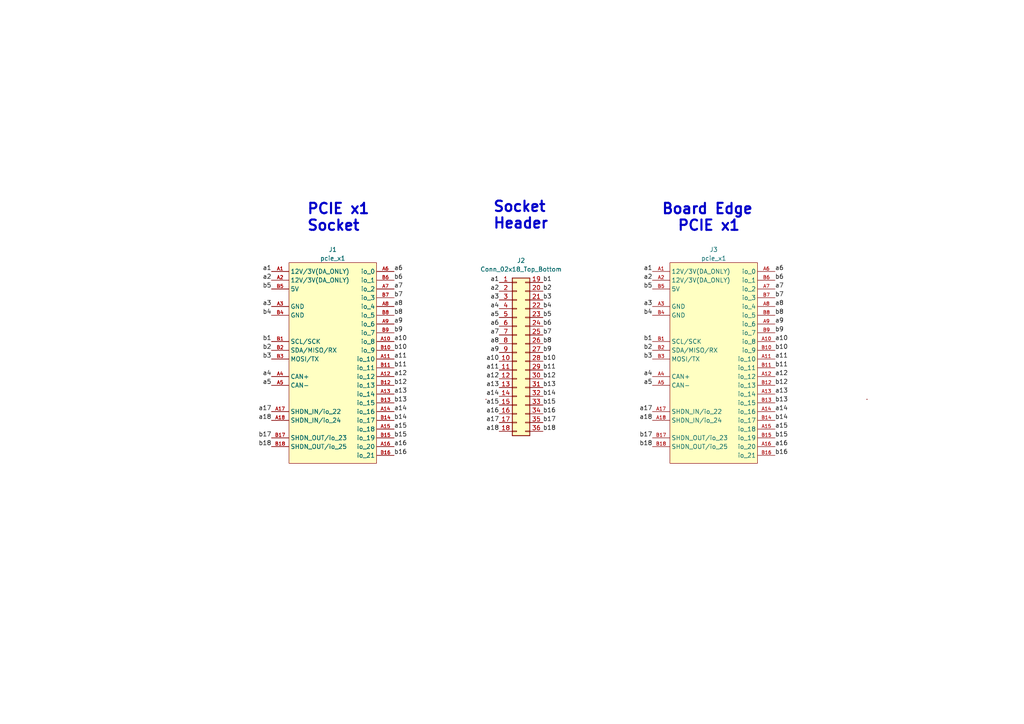
<source format=kicad_sch>
(kicad_sch (version 20230121) (generator eeschema)
  (paper "A4")
  (lib_symbols
    (symbol "Connector_Generic:Conn_02x18_Top_Bottom" (pin_names (offset 1.016) hide)
      (property "Reference" "J" (at 1.27 22.86 0))
      (property "Value" "Conn_02x18_Top_Bottom" (at 1.27 -25.4 0))
      (symbol "Conn_02x18_Top_Bottom_1_1"
        (rectangle (start -1.27 -22.733) (end 0 -22.987) (stroke (width 0.1524)))
        (rectangle (start -1.27 -20.193) (end 0 -20.447) (stroke (width 0.1524)))
        (rectangle (start -1.27 -17.653) (end 0 -17.907) (stroke (width 0.1524)))
        (rectangle (start -1.27 -15.113) (end 0 -15.367) (stroke (width 0.1524)))
        (rectangle (start -1.27 -12.573) (end 0 -12.827) (stroke (width 0.1524)))
        (rectangle (start -1.27 -10.033) (end 0 -10.287) (stroke (width 0.1524)))
        (rectangle (start -1.27 -7.493) (end 0 -7.747) (stroke (width 0.1524)))
        (rectangle (start -1.27 -4.953) (end 0 -5.207) (stroke (width 0.1524)))
        (rectangle (start -1.27 -2.413) (end 0 -2.667) (stroke (width 0.1524)))
        (rectangle (start -1.27 0.127) (end 0 -0.127) (stroke (width 0.1524)))
        (rectangle (start -1.27 2.667) (end 0 2.413) (stroke (width 0.1524)))
        (rectangle (start -1.27 5.207) (end 0 4.953) (stroke (width 0.1524)))
        (rectangle (start -1.27 7.747) (end 0 7.493) (stroke (width 0.1524)))
        (rectangle (start -1.27 10.287) (end 0 10.033) (stroke (width 0.1524)))
        (rectangle (start -1.27 12.827) (end 0 12.573) (stroke (width 0.1524)))
        (rectangle (start -1.27 15.367) (end 0 15.113) (stroke (width 0.1524)))
        (rectangle (start -1.27 17.907) (end 0 17.653) (stroke (width 0.1524)))
        (rectangle (start -1.27 20.447) (end 0 20.193) (stroke (width 0.1524)))
        (rectangle (start -1.27 21.59) (end 3.81 -24.13) (stroke (width 0.254)) (fill (type background)))
        (rectangle (start 3.81 -22.733) (end 2.54 -22.987) (stroke (width 0.1524)))
        (rectangle (start 3.81 -20.193) (end 2.54 -20.447) (stroke (width 0.1524)))
        (rectangle (start 3.81 -17.653) (end 2.54 -17.907) (stroke (width 0.1524)))
        (rectangle (start 3.81 -15.113) (end 2.54 -15.367) (stroke (width 0.1524)))
        (rectangle (start 3.81 -12.573) (end 2.54 -12.827) (stroke (width 0.1524)))
        (rectangle (start 3.81 -10.033) (end 2.54 -10.287) (stroke (width 0.1524)))
        (rectangle (start 3.81 -7.493) (end 2.54 -7.747) (stroke (width 0.1524)))
        (rectangle (start 3.81 -4.953) (end 2.54 -5.207) (stroke (width 0.1524)))
        (rectangle (start 3.81 -2.413) (end 2.54 -2.667) (stroke (width 0.1524)))
        (rectangle (start 3.81 0.127) (end 2.54 -0.127) (stroke (width 0.1524)))
        (rectangle (start 3.81 2.667) (end 2.54 2.413) (stroke (width 0.1524)))
        (rectangle (start 3.81 5.207) (end 2.54 4.953) (stroke (width 0.1524)))
        (rectangle (start 3.81 7.747) (end 2.54 7.493) (stroke (width 0.1524)))
        (rectangle (start 3.81 10.287) (end 2.54 10.033) (stroke (width 0.1524)))
        (rectangle (start 3.81 12.827) (end 2.54 12.573) (stroke (width 0.1524)))
        (rectangle (start 3.81 15.367) (end 2.54 15.113) (stroke (width 0.1524)))
        (rectangle (start 3.81 17.907) (end 2.54 17.653) (stroke (width 0.1524)))
        (rectangle (start 3.81 20.447) (end 2.54 20.193) (stroke (width 0.1524)))
        (pin passive line (at -5.08 20.32 0) (length 3.81) (name "Pin_1") (number "1"))
        (pin passive line (at -5.08 -2.54 0) (length 3.81) (name "Pin_10") (number "10"))
        (pin passive line (at -5.08 -5.08 0) (length 3.81) (name "Pin_11") (number "11"))
        (pin passive line (at -5.08 -7.62 0) (length 3.81) (name "Pin_12") (number "12"))
        (pin passive line (at -5.08 -10.16 0) (length 3.81) (name "Pin_13") (number "13"))
        (pin passive line (at -5.08 -12.7 0) (length 3.81) (name "Pin_14") (number "14"))
        (pin passive line (at -5.08 -15.24 0) (length 3.81) (name "Pin_15") (number "15"))
        (pin passive line (at -5.08 -17.78 0) (length 3.81) (name "Pin_16") (number "16"))
        (pin passive line (at -5.08 -20.32 0) (length 3.81) (name "Pin_17") (number "17"))
        (pin passive line (at -5.08 -22.86 0) (length 3.81) (name "Pin_18") (number "18"))
        (pin passive line (at 7.62 20.32 180) (length 3.81) (name "Pin_19") (number "19"))
        (pin passive line (at -5.08 17.78 0) (length 3.81) (name "Pin_2") (number "2"))
        (pin passive line (at 7.62 17.78 180) (length 3.81) (name "Pin_20") (number "20"))
        (pin passive line (at 7.62 15.24 180) (length 3.81) (name "Pin_21") (number "21"))
        (pin passive line (at 7.62 12.7 180) (length 3.81) (name "Pin_22") (number "22"))
        (pin passive line (at 7.62 10.16 180) (length 3.81) (name "Pin_23") (number "23"))
        (pin passive line (at 7.62 7.62 180) (length 3.81) (name "Pin_24") (number "24"))
        (pin passive line (at 7.62 5.08 180) (length 3.81) (name "Pin_25") (number "25"))
        (pin passive line (at 7.62 2.54 180) (length 3.81) (name "Pin_26") (number "26"))
        (pin passive line (at 7.62 0 180) (length 3.81) (name "Pin_27") (number "27"))
        (pin passive line (at 7.62 -2.54 180) (length 3.81) (name "Pin_28") (number "28"))
        (pin passive line (at 7.62 -5.08 180) (length 3.81) (name "Pin_29") (number "29"))
        (pin passive line (at -5.08 15.24 0) (length 3.81) (name "Pin_3") (number "3"))
        (pin passive line (at 7.62 -7.62 180) (length 3.81) (name "Pin_30") (number "30"))
        (pin passive line (at 7.62 -10.16 180) (length 3.81) (name "Pin_31") (number "31"))
        (pin passive line (at 7.62 -12.7 180) (length 3.81) (name "Pin_32") (number "32"))
        (pin passive line (at 7.62 -15.24 180) (length 3.81) (name "Pin_33") (number "33"))
        (pin passive line (at 7.62 -17.78 180) (length 3.81) (name "Pin_34") (number "34"))
        (pin passive line (at 7.62 -20.32 180) (length 3.81) (name "Pin_35") (number "35"))
        (pin passive line (at 7.62 -22.86 180) (length 3.81) (name "Pin_36") (number "36"))
        (pin passive line (at -5.08 12.7 0) (length 3.81) (name "Pin_4") (number "4"))
        (pin passive line (at -5.08 10.16 0) (length 3.81) (name "Pin_5") (number "5"))
        (pin passive line (at -5.08 7.62 0) (length 3.81) (name "Pin_6") (number "6"))
        (pin passive line (at -5.08 5.08 0) (length 3.81) (name "Pin_7") (number "7"))
        (pin passive line (at -5.08 2.54 0) (length 3.81) (name "Pin_8") (number "8"))
        (pin passive line (at -5.08 0 0) (length 3.81) (name "Pin_9") (number "9"))
      )
    )
    (symbol "OEM:pcie_x1"
      (property "Reference" "J" (at 0 30.48 0))
      (property "Value" "pcie_x1" (at 0 27.94 0))
      (symbol "pcie_x1_0_1"
        (circle (center 44.45 -12.954) (radius 0.0001))
      )
      (symbol "pcie_x1_1_1"
        (rectangle (start -12.7 26.67) (end 12.7 -31.496) (fill (type background)))
        (pin bidirectional line (at -17.78 24.13 0) (length 5) (name "12V/3V(DA_ONLY)") (number "A1"))
        (pin bidirectional line (at 17.78 3.81 180) (length 5) (name "io_8") (number "A10"))
        (pin bidirectional line (at 17.78 -1.27 180) (length 5) (name "io_10") (number "A11"))
        (pin bidirectional line (at 17.78 -6.35 180) (length 5) (name "io_12") (number "A12"))
        (pin bidirectional line (at 17.78 -11.43 180) (length 5) (name "io_14") (number "A13"))
        (pin bidirectional line (at 17.78 -16.51 180) (length 5) (name "io_16") (number "A14"))
        (pin bidirectional line (at 17.78 -21.59 180) (length 5) (name "io_18") (number "A15"))
        (pin bidirectional line (at 17.78 -26.67 180) (length 5) (name "io_20") (number "A16"))
        (pin bidirectional line (at -17.78 -16.51 0) (length 5) (name "SHDN_IN/io_22") (number "A17"))
        (pin bidirectional line (at -17.78 -19.05 0) (length 5) (name "SHDN_IN/io_24") (number "A18"))
        (pin bidirectional line (at -17.78 21.59 0) (length 5) (name "12V/3V(DA_ONLY)") (number "A2"))
        (pin bidirectional line (at -17.78 13.97 0) (length 5) (name "GND") (number "A3"))
        (pin bidirectional line (at -17.78 -6.35 0) (length 5) (name "CAN+") (number "A4"))
        (pin bidirectional line (at -17.78 -8.89 0) (length 5) (name "CAN-") (number "A5"))
        (pin bidirectional line (at 17.78 24.13 180) (length 5) (name "io_0") (number "A6"))
        (pin bidirectional line (at 17.78 19.05 180) (length 5) (name "io_2") (number "A7"))
        (pin bidirectional line (at 17.78 13.97 180) (length 5) (name "io_4") (number "A8"))
        (pin bidirectional line (at 17.78 8.89 180) (length 5) (name "io_6") (number "A9"))
        (pin bidirectional line (at -17.78 3.81 0) (length 5) (name "SCL/SCK") (number "B1"))
        (pin bidirectional line (at 17.78 1.27 180) (length 5) (name "io_9") (number "B10"))
        (pin bidirectional line (at 17.78 -3.81 180) (length 5) (name "io_11") (number "B11"))
        (pin bidirectional line (at 17.78 -8.89 180) (length 5) (name "io_13") (number "B12"))
        (pin bidirectional line (at 17.78 -13.97 180) (length 5) (name "io_15") (number "B13"))
        (pin bidirectional line (at 17.78 -19.05 180) (length 5) (name "io_17") (number "B14"))
        (pin bidirectional line (at 17.78 -24.13 180) (length 5) (name "io_19") (number "B15"))
        (pin bidirectional line (at 17.78 -29.21 180) (length 5) (name "io_21") (number "B16"))
        (pin bidirectional line (at -17.78 -24.13 0) (length 5) (name "SHDN_OUT/io_23") (number "B17"))
        (pin bidirectional line (at -17.78 -26.67 0) (length 5) (name "SHDN_OUT/io_25") (number "B18"))
        (pin bidirectional line (at -17.78 1.27 0) (length 5) (name "SDA/MISO/RX") (number "B2"))
        (pin bidirectional line (at -17.78 -1.27 0) (length 5) (name "MOSI/TX") (number "B3"))
        (pin bidirectional line (at -17.78 11.43 0) (length 5) (name "GND") (number "B4"))
        (pin bidirectional line (at -17.78 19.05 0) (length 5) (name "5V") (number "B5"))
        (pin bidirectional line (at 17.78 21.59 180) (length 5) (name "io_1") (number "B6"))
        (pin bidirectional line (at 17.78 16.51 180) (length 5) (name "io_3") (number "B7"))
        (pin bidirectional line (at 17.78 11.43 180) (length 5) (name "io_5") (number "B8"))
        (pin bidirectional line (at 17.78 6.35 180) (length 5) (name "io_7") (number "B9"))
      )
    )
  )
  (text "Socket\nHeader" (at 142.875 66.675 0) (effects (font (size 3 3) (thickness 0.6) bold) (justify left bottom)))
  (text "Board Edge\n  PCIE x1" (at 191.77 67.31 0) (effects (font (size 3 3) (thickness 0.6) bold) (justify left bottom)))
  (text "PCIE x1\nSocket" (at 88.9 67.31 0) (effects (font (size 3 3) (thickness 0.6) bold) (justify left bottom)))
  (label "b3" (at 189.23 104.14 180))
  (label "a11" (at 114.3 104.14 0))
  (label "b12" (at 157.48 109.855 0))
  (label "a14" (at 224.79 119.38 0))
  (label "b7" (at 224.79 86.36 0))
  (label "a10" (at 224.79 99.06 0))
  (label "b10" (at 157.48 104.775 0))
  (label "b18" (at 157.48 125.095 0))
  (label "b11" (at 224.79 106.68 0))
  (label "b7" (at 114.3 86.36 0))
  (label "b13" (at 114.3 116.84 0))
  (label "a4" (at 189.23 109.22 180))
  (label "b18" (at 189.23 129.54 180))
  (label "b12" (at 224.79 111.76 0))
  (label "a5" (at 189.23 111.76 180))
  (label "a2" (at 144.78 84.455 180))
  (label "a15" (at 114.3 124.46 0))
  (label "a9" (at 224.79 93.98 0))
  (label "a6" (at 144.78 94.615 180))
  (label "a17" (at 189.23 119.38 180))
  (label "a12" (at 114.3 109.22 0))
  (label "a8" (at 114.3 88.9 0))
  (label "a14" (at 114.3 119.38 0))
  (label "a9" (at 144.78 102.235 180))
  (label "a7" (at 114.3 83.82 0))
  (label "b13" (at 224.79 116.84 0))
  (label "a12" (at 144.78 109.855 180))
  (label "b2" (at 189.23 101.6 180))
  (label "b6" (at 114.3 81.28 0))
  (label "b4" (at 189.23 91.44 180))
  (label "a18" (at 78.74 121.92 180))
  (label "b3" (at 157.48 86.995 0))
  (label "a2" (at 78.74 81.28 180))
  (label "b3" (at 78.74 104.14 180))
  (label "b15" (at 114.3 127 0))
  (label "a15" (at 224.79 124.46 0))
  (label "a8" (at 144.78 99.695 180))
  (label "b14" (at 224.79 121.92 0))
  (label "b14" (at 157.48 114.935 0))
  (label "a13" (at 144.78 112.395 180))
  (label "b4" (at 157.48 89.535 0))
  (label "a17" (at 144.78 122.555 180))
  (label "a18" (at 189.23 121.92 180))
  (label "b1" (at 189.23 99.06 180))
  (label "b12" (at 114.3 111.76 0))
  (label "a7" (at 224.79 83.82 0))
  (label "a11" (at 144.78 107.315 180))
  (label "b8" (at 224.79 91.44 0))
  (label "a1" (at 144.78 81.915 180))
  (label "a1" (at 78.74 78.74 180))
  (label "b1" (at 78.74 99.06 180))
  (label "b8" (at 114.3 91.44 0))
  (label "b15" (at 224.79 127 0))
  (label "b6" (at 157.48 94.615 0))
  (label "a1" (at 189.23 78.74 180))
  (label "b10" (at 224.79 101.6 0))
  (label "b16" (at 114.3 132.08 0))
  (label "a9" (at 114.3 93.98 0))
  (label "a3" (at 144.78 86.995 180))
  (label "b17" (at 78.74 127 180))
  (label "a8" (at 224.79 88.9 0))
  (label "a7" (at 144.78 97.155 180))
  (label "a5" (at 78.74 111.76 180))
  (label "a5" (at 144.78 92.075 180))
  (label "a13" (at 224.79 114.3 0))
  (label "a11" (at 224.79 104.14 0))
  (label "a14" (at 144.78 114.935 180))
  (label "b16" (at 224.79 132.08 0))
  (label "a4" (at 78.74 109.22 180))
  (label "b18" (at 78.74 129.54 180))
  (label "a6" (at 224.79 78.74 0))
  (label "a16" (at 144.78 120.015 180))
  (label "b5" (at 78.74 83.82 180))
  (label "b8" (at 157.48 99.695 0))
  (label "a2" (at 189.23 81.28 180))
  (label "a3" (at 78.74 88.9 180))
  (label "b9" (at 114.3 96.52 0))
  (label "b5" (at 189.23 83.82 180))
  (label "a3" (at 189.23 88.9 180))
  (label "a16" (at 114.3 129.54 0))
  (label "b2" (at 78.74 101.6 180))
  (label "b5" (at 157.48 92.075 0))
  (label "a4" (at 144.78 89.535 180))
  (label "b4" (at 78.74 91.44 180))
  (label "b1" (at 157.48 81.915 0))
  (label "b13" (at 157.48 112.395 0))
  (label "b7" (at 157.48 97.155 0))
  (label "b17" (at 189.23 127 180))
  (label "b16" (at 157.48 120.015 0))
  (label "b9" (at 157.48 102.235 0))
  (label "a15" (at 144.78 117.475 180))
  (label "a6" (at 114.3 78.74 0))
  (label "b15" (at 157.48 117.475 0))
  (label "a10" (at 114.3 99.06 0))
  (label "a12" (at 224.79 109.22 0))
  (label "b9" (at 224.79 96.52 0))
  (label "a13" (at 114.3 114.3 0))
  (label "b11" (at 157.48 107.315 0))
  (label "a16" (at 224.79 129.54 0))
  (label "b11" (at 114.3 106.68 0))
  (label "b2" (at 157.48 84.455 0))
  (label "a18" (at 144.78 125.095 180))
  (label "a10" (at 144.78 104.775 180))
  (label "b17" (at 157.48 122.555 0))
  (label "a17" (at 78.74 119.38 180))
  (label "b14" (at 114.3 121.92 0))
  (label "b6" (at 224.79 81.28 0))
  (label "b10" (at 114.3 101.6 0))
  (symbol (lib_id "Connector_Generic:Conn_02x18_Top_Bottom") (at 149.86 102.235 0) (unit 1)
    (property "Reference" "J2" (at 151.13 75.565 0))
    (property "Value" "Conn_02x18_Top_Bottom" (at 151.13 78.105 0))
    (property "Footprint" "Connector_PinSocket_2.54mm:PinSocket_2x18_P2.54mm_Vertical" (effects hide))
  )
  (symbol (lib_id "OEM:pcie_x1") (at 207.01 102.87 0) (unit 1)
    (property "Reference" "J3" (at 207.01 72.39 0))
    (property "Value" "pcie_x1" (at 207.01 74.93 0))
    (property "Footprint" "OEM:pcie_x1" (effects hide))
    (property "Datasheet" "https://www.te.com/commerce/DocumentDelivery/DDEController?Action=showdoc&DocId=Data+Sheet%7F4-1773442-7%7F0308%7Fpdf%7FEnglish%7FENG_DS_4-1773442-7_0308.pdf%7F2-1761465-1" (effects hide))
  )
  (symbol (lib_id "OEM:pcie_x1") (at 96.52 102.87 0) (unit 1)
    (property "Reference" "J1" (at 96.52 72.39 0))
    (property "Value" "pcie_x1" (at 96.52 74.93 0))
    (property "Footprint" "OEM:te_pcie_x1_connector" (effects hide))
    (property "Datasheet" "https://www.te.com/commerce/DocumentDelivery/DDEController?Action=showdoc&DocId=Data+Sheet%7F4-1773442-7%7F0308%7Fpdf%7FEnglish%7FENG_DS_4-1773442-7_0308.pdf%7F2-1761465-1" (effects hide))
  )
)
</source>
